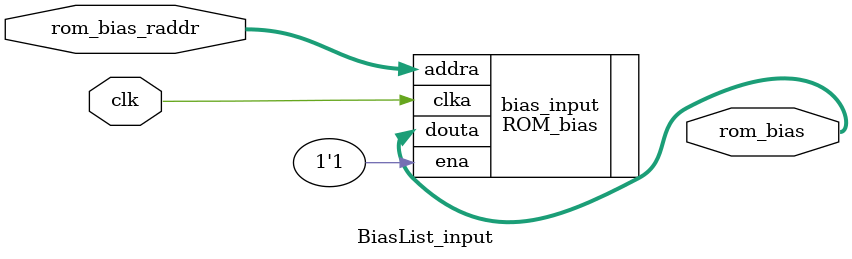
<source format=v>
module BiasList_input #(

    parameter dwidth = 16,
    parameter PE_Num = 8

)(
    input wire clk,
    input wire [4:0] rom_bias_raddr,
    output wire signed [PE_Num*dwidth-1:0] rom_bias
);

    // instantiate rom_bias
    ROM_bias bias_input (
      .clka(clk),    
      .ena(1'b1),             // input wire ena
      .addra(rom_bias_raddr),  // input wire [3 : 0] addra
      .douta(rom_bias)         // output wire [15 : 0] douta
    );    
    
endmodule
</source>
